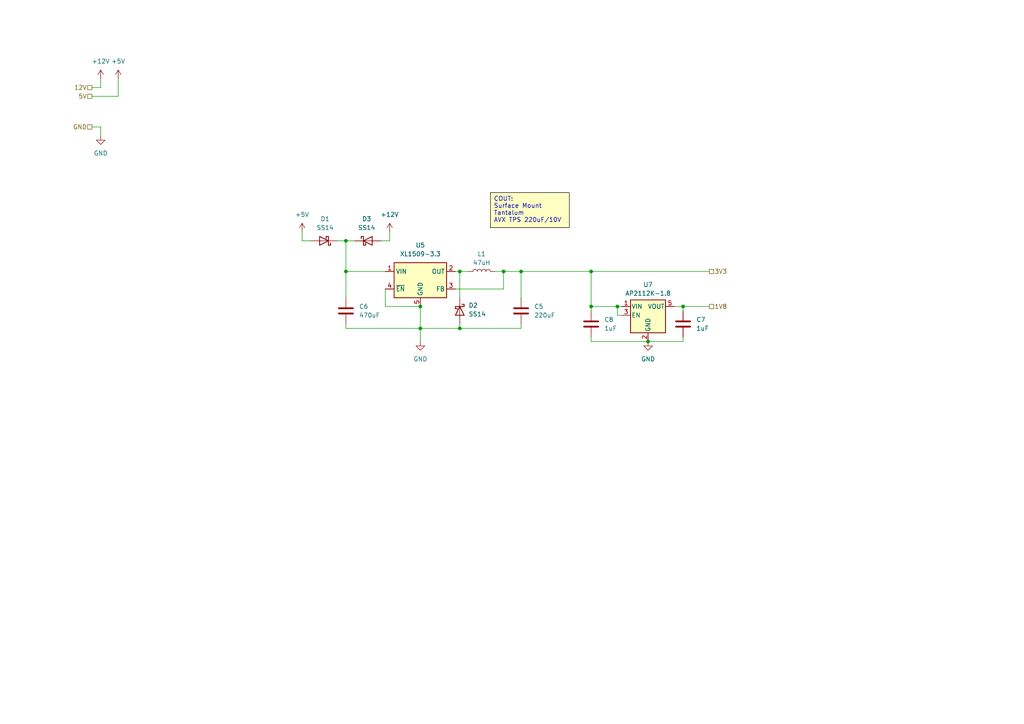
<source format=kicad_sch>
(kicad_sch (version 20250114) (generator "eeschema") (generator_version "9.0")
  (paper "A4")
  (lib_symbols
    (symbol "Device:C" (pin_numbers (hide yes)) (pin_names (offset 0.254))
      (property "Reference" "C" (at 0.635 2.54 0))
      (property "Value" "C" (at 0.635 -2.54 0))
      (symbol "C_0_1"
        (polyline (pts (xy -2.032 0.762) (xy 2.032 0.762)) (stroke (width 0.508)))
        (polyline (pts (xy -2.032 -0.762) (xy 2.032 -0.762)) (stroke (width 0.508)))
      )
      (symbol "C_1_1"
        (pin passive line (at 0 3.81 270) (length 2.794) (name "~") (number "1"))
        (pin passive line (at 0 -3.81 90) (length 2.794) (name "~") (number "2"))
      )
    )
    (symbol "Device:L" (pin_numbers (hide yes)) (pin_names (offset 1.016) (hide yes))
      (property "Reference" "L" (at -1.27 0 90))
      (property "Value" "L" (at 1.905 0 90))
      (symbol "L_0_1"
        (arc (start 0 2.54) (mid 0.6323 1.905) (end 0 1.27))
        (arc (start 0 1.27) (mid 0.6323 0.635) (end 0 0))
        (arc (start 0 0) (mid 0.6323 -0.635) (end 0 -1.27))
        (arc (start 0 -1.27) (mid 0.6323 -1.905) (end 0 -2.54))
      )
      (symbol "L_1_1"
        (pin passive line (at 0 3.81 270) (length 1.27) (name "1") (number "1"))
        (pin passive line (at 0 -3.81 90) (length 1.27) (name "2") (number "2"))
      )
    )
    (symbol "Diode:SS14" (pin_numbers (hide yes)) (pin_names (offset 1.016) (hide yes))
      (property "Reference" "D" (at 0 2.54 0))
      (property "Value" "SS14" (at 0 -2.54 0))
      (symbol "SS14_0_1"
        (polyline (pts (xy -1.905 0.635) (xy -1.905 1.27) (xy -1.27 1.27) (xy -1.27 -1.27) (xy -0.635 -1.27) (xy -0.635 -0.635)) (stroke (width 0.254)))
        (polyline (pts (xy 1.27 1.27) (xy 1.27 -1.27) (xy -1.27 0) (xy 1.27 1.27)) (stroke (width 0.254)))
        (polyline (pts (xy 1.27 0) (xy -1.27 0)))
      )
      (symbol "SS14_1_1"
        (pin passive line (at -3.81 0 0) (length 2.54) (name "K") (number "1"))
        (pin passive line (at 3.81 0 180) (length 2.54) (name "A") (number "2"))
      )
    )
    (symbol "Regulator_Linear:AP2112K-1.8" (pin_names (offset 0.254))
      (property "Reference" "U" (at -5.08 5.715 0))
      (property "Value" "AP2112K-1.8" (at 0 5.715 0))
      (symbol "AP2112K-1.8_0_1"
        (rectangle (start -5.08 4.445) (end 5.08 -5.08) (stroke (width 0.254)) (fill (type background)))
      )
      (symbol "AP2112K-1.8_1_1"
        (pin power_in line (at -7.62 2.54 0) (length 2.54) (name "VIN") (number "1"))
        (pin input line (at -7.62 0 0) (length 2.54) (name "EN") (number "3"))
        (pin power_in line (at 0 -7.62 90) (length 2.54) (name "GND") (number "2"))
        (pin no_connect line (at 5.08 0 180) (length 2.54) (hide yes) (name "NC") (number "4"))
        (pin power_out line (at 7.62 2.54 180) (length 2.54) (name "VOUT") (number "5"))
      )
    )
    (symbol "Regulator_Switching:XL1509-3.3"
      (property "Reference" "U" (at -7.112 6.096 0))
      (property "Value" "XL1509-3.3" (at 5.842 6.096 0))
      (symbol "XL1509-3.3_0_1"
        (rectangle (start -7.62 5.08) (end 7.62 -5.08) (stroke (width 0.254)) (fill (type background)))
      )
      (symbol "XL1509-3.3_1_1"
        (pin power_in line (at -10.16 2.54 0) (length 2.54) (name "VIN") (number "1"))
        (pin input line (at -10.16 -2.54 0) (length 2.54) (name "~{EN}") (number "4"))
        (pin power_in line (at 0 -7.62 90) (length 2.54) (name "GND") (number "5"))
        (pin passive line (at 0 -7.62 90) (length 2.54) (hide yes) (name "GND") (number "6"))
        (pin passive line (at 0 -7.62 90) (length 2.54) (hide yes) (name "GND") (number "7"))
        (pin passive line (at 0 -7.62 90) (length 2.54) (hide yes) (name "GND") (number "8"))
        (pin power_out line (at 10.16 2.54 180) (length 2.54) (name "OUT") (number "2"))
        (pin input line (at 10.16 -2.54 180) (length 2.54) (name "FB") (number "3"))
      )
    )
    (symbol "power:+12V" (power) (pin_numbers (hide yes)) (pin_names (offset 0) (hide yes))
      (property "Value" "+12V" (at 0 3.556 0))
      (symbol "+12V_0_1"
        (polyline (pts (xy -0.762 1.27) (xy 0 2.54)))
        (polyline (pts (xy 0 2.54) (xy 0.762 1.27)))
        (polyline (pts (xy 0 0) (xy 0 2.54)))
      )
      (symbol "+12V_1_1"
        (pin power_in line (at 0 0 90) (length 0) (name "~") (number "1"))
      )
    )
    (symbol "power:+5V" (power) (pin_numbers (hide yes)) (pin_names (offset 0) (hide yes))
      (property "Value" "+5V" (at 0 3.556 0))
      (symbol "+5V_0_1"
        (polyline (pts (xy -0.762 1.27) (xy 0 2.54)))
        (polyline (pts (xy 0 2.54) (xy 0.762 1.27)))
        (polyline (pts (xy 0 0) (xy 0 2.54)))
      )
      (symbol "+5V_1_1"
        (pin power_in line (at 0 0 90) (length 0) (name "~") (number "1"))
      )
    )
    (symbol "power:GND" (power) (pin_numbers (hide yes)) (pin_names (offset 0) (hide yes))
      (property "Value" "GND" (at 0 -3.81 0))
      (symbol "GND_0_1"
        (polyline (pts (xy 0 0) (xy 0 -1.27) (xy 1.27 -1.27) (xy 0 -2.54) (xy -1.27 -1.27) (xy 0 -1.27)))
      )
      (symbol "GND_1_1"
        (pin power_in line (at 0 0 270) (length 0) (name "~") (number "1"))
      )
    )
  )
  (text_box "COUT:\nSurface Mount Tantalum\nAVX TPS 220uF/10V" (at 142.24 55.88 0) (size 22.86 10.16) (margins 0.9525 0.9525 0.9525 0.9525) (stroke (width 0) (color 0 0 0 1)) (fill (type color) (color 255 255 194 1)) (effects (font (size 1.27 1.27)) (justify left top)))
  (junction (at 100.33 78.74))
  (junction (at 133.35 78.74))
  (junction (at 171.45 78.74))
  (junction (at 121.92 88.9))
  (junction (at 187.96 99.06))
  (junction (at 121.92 95.25))
  (junction (at 100.33 69.85))
  (junction (at 133.35 95.25))
  (junction (at 151.13 78.74))
  (junction (at 198.12 88.9))
  (junction (at 146.05 78.74))
  (junction (at 179.07 88.9))
  (junction (at 171.45 88.9))
  (wire (pts (xy 151.13 78.74) (xy 171.45 78.74)))
  (wire (pts (xy 29.21 36.83) (xy 29.21 39.37)))
  (wire (pts (xy 179.07 88.9) (xy 180.34 88.9)))
  (wire (pts (xy 179.07 88.9) (xy 179.07 91.44)))
  (wire (pts (xy 100.33 69.85) (xy 100.33 78.74)))
  (wire (pts (xy 146.05 83.82) (xy 146.05 78.74)))
  (wire (pts (xy 198.12 99.06) (xy 187.96 99.06)))
  (wire (pts (xy 29.21 25.4) (xy 26.67 25.4)))
  (wire (pts (xy 146.05 78.74) (xy 151.13 78.74)))
  (wire (pts (xy 146.05 78.74) (xy 143.51 78.74)))
  (wire (pts (xy 133.35 78.74) (xy 135.89 78.74)))
  (wire (pts (xy 171.45 88.9) (xy 171.45 90.17)))
  (wire (pts (xy 100.33 69.85) (xy 102.87 69.85)))
  (wire (pts (xy 87.63 69.85) (xy 90.17 69.85)))
  (wire (pts (xy 151.13 95.25) (xy 133.35 95.25)))
  (wire (pts (xy 171.45 99.06) (xy 187.96 99.06)))
  (wire (pts (xy 100.33 86.36) (xy 100.33 78.74)))
  (wire (pts (xy 29.21 22.86) (xy 29.21 25.4)))
  (wire (pts (xy 171.45 88.9) (xy 179.07 88.9)))
  (wire (pts (xy 87.63 67.31) (xy 87.63 69.85)))
  (wire (pts (xy 133.35 78.74) (xy 133.35 86.36)))
  (wire (pts (xy 100.33 95.25) (xy 121.92 95.25)))
  (wire (pts (xy 100.33 95.25) (xy 100.33 93.98)))
  (wire (pts (xy 198.12 88.9) (xy 198.12 90.17)))
  (wire (pts (xy 110.49 69.85) (xy 113.03 69.85)))
  (wire (pts (xy 121.92 95.25) (xy 121.92 99.06)))
  (wire (pts (xy 198.12 99.06) (xy 198.12 97.79)))
  (wire (pts (xy 26.67 36.83) (xy 29.21 36.83)))
  (wire (pts (xy 198.12 88.9) (xy 205.74 88.9)))
  (wire (pts (xy 121.92 88.9) (xy 121.92 95.25)))
  (wire (pts (xy 171.45 78.74) (xy 205.74 78.74)))
  (wire (pts (xy 111.76 83.82) (xy 111.76 88.9)))
  (wire (pts (xy 151.13 78.74) (xy 151.13 86.36)))
  (wire (pts (xy 97.79 69.85) (xy 100.33 69.85)))
  (wire (pts (xy 132.08 78.74) (xy 133.35 78.74)))
  (wire (pts (xy 132.08 83.82) (xy 146.05 83.82)))
  (wire (pts (xy 100.33 78.74) (xy 111.76 78.74)))
  (wire (pts (xy 111.76 88.9) (xy 121.92 88.9)))
  (wire (pts (xy 151.13 93.98) (xy 151.13 95.25)))
  (wire (pts (xy 133.35 93.98) (xy 133.35 95.25)))
  (wire (pts (xy 171.45 78.74) (xy 171.45 88.9)))
  (wire (pts (xy 180.34 91.44) (xy 179.07 91.44)))
  (wire (pts (xy 195.58 88.9) (xy 198.12 88.9)))
  (wire (pts (xy 171.45 97.79) (xy 171.45 99.06)))
  (wire (pts (xy 34.29 22.86) (xy 34.29 27.94)))
  (wire (pts (xy 34.29 27.94) (xy 26.67 27.94)))
  (wire (pts (xy 113.03 69.85) (xy 113.03 67.31)))
  (wire (pts (xy 133.35 95.25) (xy 121.92 95.25)))
  (hierarchical_label "1V8" (shape passive) (at 205.74 88.9 0))
  (hierarchical_label "3V3" (shape passive) (at 205.74 78.74 0))
  (hierarchical_label "12V" (shape passive) (at 26.67 25.4 180))
  (hierarchical_label "GND" (shape passive) (at 26.67 36.83 180))
  (hierarchical_label "5V" (shape passive) (at 26.67 27.94 180))
  (symbol (lib_id "Device:C") (at 198.12 93.98 0) (unit 1)
    (property "Reference" "C7" (at 201.93 92.7099 0) (effects (justify left)))
    (property "Value" "1uF" (at 201.93 95.2499 0) (effects (justify left)))
    (property "Footprint" "Capacitor_SMD:C_0603_1608Metric" (effects (hide yes)))
    (property "Description" "Unpolarized capacitor" (effects (hide yes)))
  )
  (symbol (lib_id "power:+5V") (at 87.63 67.31 0) (unit 1)
    (property "Reference" "#PWR024" (effects (hide yes)))
    (property "Value" "+5V" (at 87.63 62.23 0))
    (property "Description" "Power symbol creates a global label with name \"+5V\"" (effects (hide yes)))
  )
  (symbol (lib_id "Regulator_Switching:XL1509-3.3") (at 121.92 81.28 0) (unit 1)
    (property "Reference" "U5" (at 121.92 71.12 0))
    (property "Value" "XL1509-3.3" (at 121.92 73.66 0))
    (property "Footprint" "Package_SO:SOIC-8_3.9x4.9mm_P1.27mm" (effects (hide yes)))
    (property "Datasheet" "https://datasheet.lcsc.com/lcsc/1809050422_XLSEMI-XL1509-5-0E1_C61063.pdf" (effects (hide yes)))
    (property "Description" "Buck DC/DC Converter, 2A, 3.3V Output Voltage, 4.5-40V Input Voltage" (effects (hide yes)))
  )
  (symbol (lib_id "Diode:SS14") (at 93.98 69.85 180) (unit 1)
    (property "Reference" "D1" (at 94.2975 63.5 0))
    (property "Value" "SS14" (at 94.2975 66.04 0))
    (property "Footprint" "Diode_SMD:D_SMA" (effects (hide yes)))
    (property "Datasheet" "https://www.vishay.com/docs/88746/ss12.pdf" (effects (hide yes)))
    (property "Description" "40V 1A Schottky Diode, SMA" (effects (hide yes)))
  )
  (symbol (lib_id "Device:C") (at 100.33 90.17 0) (unit 1)
    (property "Reference" "C6" (at 104.14 88.8999 0) (effects (justify left)))
    (property "Value" "470uF" (at 104.14 91.4399 0) (effects (justify left)))
    (property "Footprint" "Capacitor_SMD:C_0603_1608Metric" (effects (hide yes)))
    (property "Description" "Unpolarized capacitor" (effects (hide yes)))
  )
  (symbol (lib_id "Diode:SS14") (at 133.35 90.17 270) (unit 1)
    (property "Reference" "D2" (at 135.89 88.5824 90) (effects (justify left)))
    (property "Value" "SS14" (at 135.89 91.1224 90) (effects (justify left)))
    (property "Footprint" "Diode_SMD:D_SMA" (effects (hide yes)))
    (property "Datasheet" "https://www.vishay.com/docs/88746/ss12.pdf" (effects (hide yes)))
    (property "Description" "40V 1A Schottky Diode, SMA" (effects (hide yes)))
  )
  (symbol (lib_id "power:GND") (at 29.21 39.37 0) (unit 1)
    (property "Reference" "#PWR021" (effects (hide yes)))
    (property "Value" "GND" (at 29.21 44.45 0))
    (property "Description" "Power symbol creates a global label with name \"GND\" , ground" (effects (hide yes)))
  )
  (symbol (lib_id "Device:C") (at 151.13 90.17 0) (unit 1)
    (property "Reference" "C5" (at 154.94 88.8999 0) (effects (justify left)))
    (property "Value" "220uF" (at 154.94 91.4399 0) (effects (justify left)))
    (property "Footprint" "Capacitor_SMD:C_0603_1608Metric" (effects (hide yes)))
    (property "Description" "Unpolarized capacitor" (effects (hide yes)))
  )
  (symbol (lib_id "Diode:SS14") (at 106.68 69.85 0) (unit 1)
    (property "Reference" "D3" (at 106.3625 63.5 0))
    (property "Value" "SS14" (at 106.3625 66.04 0))
    (property "Footprint" "Diode_SMD:D_SMA" (effects (hide yes)))
    (property "Datasheet" "https://www.vishay.com/docs/88746/ss12.pdf" (effects (hide yes)))
    (property "Description" "40V 1A Schottky Diode, SMA" (effects (hide yes)))
  )
  (symbol (lib_id "power:GND") (at 187.96 99.06 0) (unit 1)
    (property "Reference" "#PWR026" (effects (hide yes)))
    (property "Value" "GND" (at 187.96 104.14 0))
    (property "Description" "Power symbol creates a global label with name \"GND\" , ground" (effects (hide yes)))
  )
  (symbol (lib_id "power:+12V") (at 29.21 22.86 0) (unit 1)
    (property "Reference" "#PWR023" (effects (hide yes)))
    (property "Value" "+12V" (at 29.21 17.78 0))
    (property "Description" "Power symbol creates a global label with name \"+12V\"" (effects (hide yes)))
  )
  (symbol (lib_id "power:+12V") (at 113.03 67.31 0) (unit 1)
    (property "Reference" "#PWR025" (effects (hide yes)))
    (property "Value" "+12V" (at 113.03 62.23 0))
    (property "Description" "Power symbol creates a global label with name \"+12V\"" (effects (hide yes)))
  )
  (symbol (lib_id "power:GND") (at 121.92 99.06 0) (unit 1)
    (property "Reference" "#PWR020" (effects (hide yes)))
    (property "Value" "GND" (at 121.92 104.14 0))
    (property "Description" "Power symbol creates a global label with name \"GND\" , ground" (effects (hide yes)))
  )
  (symbol (lib_id "Regulator_Linear:AP2112K-1.8") (at 187.96 91.44 0) (unit 1)
    (property "Reference" "U7" (at 187.96 82.55 0))
    (property "Value" "AP2112K-1.8" (at 187.96 85.09 0))
    (property "Footprint" "Package_TO_SOT_SMD:SOT-23-5" (effects (hide yes)))
    (property "Datasheet" "https://www.diodes.com/assets/Datasheets/AP2112.pdf" (effects (hide yes)))
    (property "Description" "600mA low dropout linear regulator, with enable pin, 2.5V-6V input voltage range, 1.8V fixed positive output, SOT-23-5" (effects (hide yes)))
  )
  (symbol (lib_id "Device:C") (at 171.45 93.98 0) (unit 1)
    (property "Reference" "C8" (at 175.26 92.7099 0) (effects (justify left)))
    (property "Value" "1uF" (at 175.26 95.2499 0) (effects (justify left)))
    (property "Footprint" "Capacitor_SMD:C_0603_1608Metric" (effects (hide yes)))
    (property "Description" "Unpolarized capacitor" (effects (hide yes)))
  )
  (symbol (lib_id "power:+5V") (at 34.29 22.86 0) (unit 1)
    (property "Reference" "#PWR022" (effects (hide yes)))
    (property "Value" "+5V" (at 34.29 17.78 0))
    (property "Description" "Power symbol creates a global label with name \"+5V\"" (effects (hide yes)))
  )
  (symbol (lib_id "Device:L") (at 139.7 78.74 90) (unit 1)
    (property "Reference" "L1" (at 139.7 73.66 90))
    (property "Value" "47uH" (at 139.7 76.2 90))
    (property "Description" "Inductor" (effects (hide yes)))
  )
)
</source>
